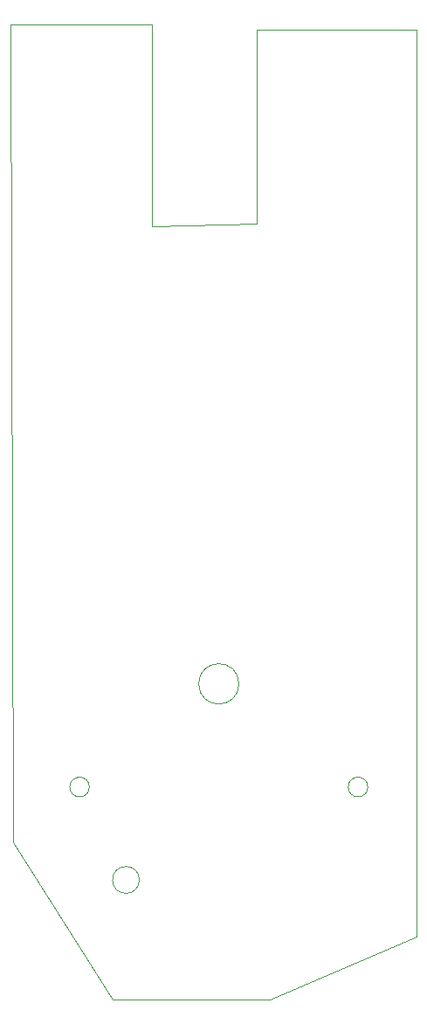
<source format=gbr>
%TF.GenerationSoftware,KiCad,Pcbnew,8.0.8*%
%TF.CreationDate,2025-03-03T09:56:18-08:00*%
%TF.ProjectId,pLUFsPCB,704c5546-7350-4434-922e-6b696361645f,3*%
%TF.SameCoordinates,Original*%
%TF.FileFunction,Profile,NP*%
%FSLAX46Y46*%
G04 Gerber Fmt 4.6, Leading zero omitted, Abs format (unit mm)*
G04 Created by KiCad (PCBNEW 8.0.8) date 2025-03-03 09:56:18*
%MOMM*%
%LPD*%
G01*
G04 APERTURE LIST*
%TA.AperFunction,Profile*%
%ADD10C,0.050000*%
%TD*%
G04 APERTURE END LIST*
D10*
X100838000Y-62738000D02*
X110998000Y-62484000D01*
X110998000Y-43688000D01*
X126492000Y-43688000D01*
X126492000Y-131572000D01*
X112268000Y-137668000D01*
X97028000Y-137668000D01*
X87376000Y-122428000D01*
X87122000Y-43180000D01*
X100838000Y-43180000D01*
X100838000Y-62738000D01*
%TO.C,M1*%
X94774000Y-117094000D02*
G75*
G02*
X92874000Y-117094000I-950000J0D01*
G01*
X92874000Y-117094000D02*
G75*
G02*
X94774000Y-117094000I950000J0D01*
G01*
X99624000Y-126094000D02*
G75*
G02*
X97024000Y-126094000I-1300000J0D01*
G01*
X97024000Y-126094000D02*
G75*
G02*
X99624000Y-126094000I1300000J0D01*
G01*
X109274000Y-107094000D02*
G75*
G02*
X105374000Y-107094000I-1950000J0D01*
G01*
X105374000Y-107094000D02*
G75*
G02*
X109274000Y-107094000I1950000J0D01*
G01*
X121774000Y-117094000D02*
G75*
G02*
X119874000Y-117094000I-950000J0D01*
G01*
X119874000Y-117094000D02*
G75*
G02*
X121774000Y-117094000I950000J0D01*
G01*
%TD*%
M02*

</source>
